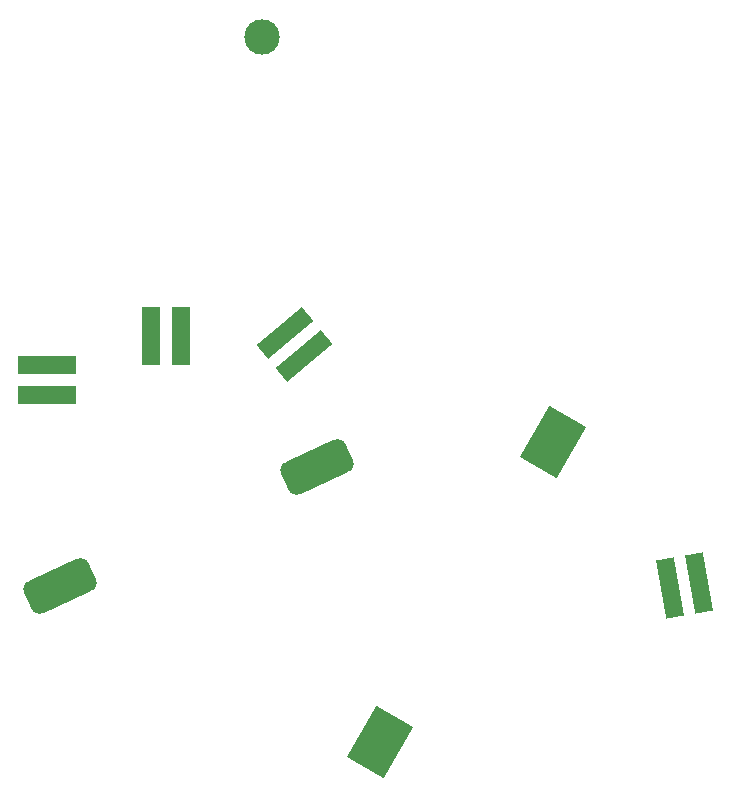
<source format=gbr>
%TF.GenerationSoftware,KiCad,Pcbnew,(6.0.10)*%
%TF.CreationDate,2022-12-29T11:48:08+01:00*%
%TF.ProjectId,brainBadge,62726169-6e42-4616-9467-652e6b696361,rev?*%
%TF.SameCoordinates,Original*%
%TF.FileFunction,Paste,Bot*%
%TF.FilePolarity,Positive*%
%FSLAX46Y46*%
G04 Gerber Fmt 4.6, Leading zero omitted, Abs format (unit mm)*
G04 Created by KiCad (PCBNEW (6.0.10)) date 2022-12-29 11:48:08*
%MOMM*%
%LPD*%
G01*
G04 APERTURE LIST*
G04 Aperture macros list*
%AMRoundRect*
0 Rectangle with rounded corners*
0 $1 Rounding radius*
0 $2 $3 $4 $5 $6 $7 $8 $9 X,Y pos of 4 corners*
0 Add a 4 corners polygon primitive as box body*
4,1,4,$2,$3,$4,$5,$6,$7,$8,$9,$2,$3,0*
0 Add four circle primitives for the rounded corners*
1,1,$1+$1,$2,$3*
1,1,$1+$1,$4,$5*
1,1,$1+$1,$6,$7*
1,1,$1+$1,$8,$9*
0 Add four rect primitives between the rounded corners*
20,1,$1+$1,$2,$3,$4,$5,0*
20,1,$1+$1,$4,$5,$6,$7,0*
20,1,$1+$1,$6,$7,$8,$9,0*
20,1,$1+$1,$8,$9,$2,$3,0*%
%AMRotRect*
0 Rectangle, with rotation*
0 The origin of the aperture is its center*
0 $1 length*
0 $2 width*
0 $3 Rotation angle, in degrees counterclockwise*
0 Add horizontal line*
21,1,$1,$2,0,0,$3*%
G04 Aperture macros list end*
%ADD10RotRect,5.000000X3.600000X240.000000*%
%ADD11R,1.524000X5.000000*%
%ADD12RoundRect,0.750000X1.722229X1.630622X-2.356156X-0.271160X-1.722229X-1.630622X2.356156X0.271160X0*%
%ADD13RotRect,1.524000X5.000000X10.000000*%
%ADD14C,3.000000*%
%ADD15R,5.000000X1.524000*%
%ADD16RotRect,1.524000X5.000000X310.000000*%
G04 APERTURE END LIST*
D10*
%TO.C,BT1*%
X129950000Y-116462272D03*
X144600000Y-91087728D03*
%TD*%
D11*
%TO.C,D4*%
X113145000Y-82125000D03*
X110605000Y-82125000D03*
%TD*%
D12*
%TO.C,SW1*%
X124625694Y-93178581D03*
X102874307Y-103321419D03*
%TD*%
D13*
%TO.C,D3*%
X154513775Y-103482013D03*
X157015187Y-103040947D03*
%TD*%
D14*
%TO.C,REF\u002A\u002A*%
X120000000Y-56800000D03*
%TD*%
D15*
%TO.C,D1*%
X101800000Y-87100000D03*
X101800000Y-84560000D03*
%TD*%
D16*
%TO.C,D2*%
X121883408Y-81827124D03*
X123516089Y-83772877D03*
%TD*%
M02*

</source>
